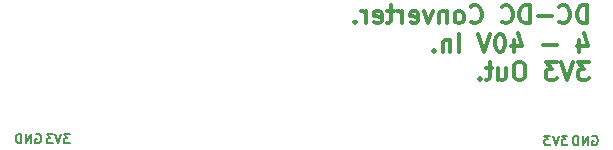
<source format=gbo>
%FSLAX34Y34*%
G04 Gerber Fmt 3.4, Leading zero omitted, Abs format*
G04 (created by PCBNEW (2014-03-19 BZR 4756)-product) date Fri 20 Jun 2014 08:00:44 BST*
%MOIN*%
G01*
G70*
G90*
G04 APERTURE LIST*
%ADD10C,0.005906*%
%ADD11C,0.011811*%
%ADD12C,0.007874*%
G04 APERTURE END LIST*
G54D10*
G54D11*
X66739Y-32629D02*
X66739Y-32038D01*
X66598Y-32038D01*
X66514Y-32066D01*
X66458Y-32123D01*
X66429Y-32179D01*
X66401Y-32291D01*
X66401Y-32376D01*
X66429Y-32488D01*
X66458Y-32544D01*
X66514Y-32601D01*
X66598Y-32629D01*
X66739Y-32629D01*
X65811Y-32573D02*
X65839Y-32601D01*
X65923Y-32629D01*
X65980Y-32629D01*
X66064Y-32601D01*
X66120Y-32544D01*
X66148Y-32488D01*
X66176Y-32376D01*
X66176Y-32291D01*
X66148Y-32179D01*
X66120Y-32123D01*
X66064Y-32066D01*
X65980Y-32038D01*
X65923Y-32038D01*
X65839Y-32066D01*
X65811Y-32095D01*
X65558Y-32404D02*
X65108Y-32404D01*
X64827Y-32629D02*
X64827Y-32038D01*
X64686Y-32038D01*
X64602Y-32066D01*
X64545Y-32123D01*
X64517Y-32179D01*
X64489Y-32291D01*
X64489Y-32376D01*
X64517Y-32488D01*
X64545Y-32544D01*
X64602Y-32601D01*
X64686Y-32629D01*
X64827Y-32629D01*
X63899Y-32573D02*
X63927Y-32601D01*
X64011Y-32629D01*
X64067Y-32629D01*
X64152Y-32601D01*
X64208Y-32544D01*
X64236Y-32488D01*
X64264Y-32376D01*
X64264Y-32291D01*
X64236Y-32179D01*
X64208Y-32123D01*
X64152Y-32066D01*
X64067Y-32038D01*
X64011Y-32038D01*
X63927Y-32066D01*
X63899Y-32095D01*
X62858Y-32573D02*
X62886Y-32601D01*
X62971Y-32629D01*
X63027Y-32629D01*
X63111Y-32601D01*
X63167Y-32544D01*
X63196Y-32488D01*
X63224Y-32376D01*
X63224Y-32291D01*
X63196Y-32179D01*
X63167Y-32123D01*
X63111Y-32066D01*
X63027Y-32038D01*
X62971Y-32038D01*
X62886Y-32066D01*
X62858Y-32095D01*
X62521Y-32629D02*
X62577Y-32601D01*
X62605Y-32573D01*
X62633Y-32516D01*
X62633Y-32348D01*
X62605Y-32291D01*
X62577Y-32263D01*
X62521Y-32235D01*
X62436Y-32235D01*
X62380Y-32263D01*
X62352Y-32291D01*
X62324Y-32348D01*
X62324Y-32516D01*
X62352Y-32573D01*
X62380Y-32601D01*
X62436Y-32629D01*
X62521Y-32629D01*
X62071Y-32235D02*
X62071Y-32629D01*
X62071Y-32291D02*
X62043Y-32263D01*
X61986Y-32235D01*
X61902Y-32235D01*
X61846Y-32263D01*
X61818Y-32320D01*
X61818Y-32629D01*
X61593Y-32235D02*
X61452Y-32629D01*
X61311Y-32235D01*
X60861Y-32601D02*
X60918Y-32629D01*
X61030Y-32629D01*
X61086Y-32601D01*
X61115Y-32544D01*
X61115Y-32320D01*
X61086Y-32263D01*
X61030Y-32235D01*
X60918Y-32235D01*
X60861Y-32263D01*
X60833Y-32320D01*
X60833Y-32376D01*
X61115Y-32432D01*
X60580Y-32629D02*
X60580Y-32235D01*
X60580Y-32348D02*
X60552Y-32291D01*
X60524Y-32263D01*
X60468Y-32235D01*
X60411Y-32235D01*
X60299Y-32235D02*
X60074Y-32235D01*
X60215Y-32038D02*
X60215Y-32544D01*
X60187Y-32601D01*
X60130Y-32629D01*
X60074Y-32629D01*
X59652Y-32601D02*
X59708Y-32629D01*
X59821Y-32629D01*
X59877Y-32601D01*
X59905Y-32544D01*
X59905Y-32320D01*
X59877Y-32263D01*
X59821Y-32235D01*
X59708Y-32235D01*
X59652Y-32263D01*
X59624Y-32320D01*
X59624Y-32376D01*
X59905Y-32432D01*
X59371Y-32629D02*
X59371Y-32235D01*
X59371Y-32348D02*
X59343Y-32291D01*
X59315Y-32263D01*
X59258Y-32235D01*
X59202Y-32235D01*
X59005Y-32573D02*
X58977Y-32601D01*
X59005Y-32629D01*
X59034Y-32601D01*
X59005Y-32573D01*
X59005Y-32629D01*
X66486Y-33180D02*
X66486Y-33574D01*
X66626Y-32955D02*
X66767Y-33377D01*
X66401Y-33377D01*
X65726Y-33349D02*
X65276Y-33349D01*
X64292Y-33180D02*
X64292Y-33574D01*
X64433Y-32955D02*
X64573Y-33377D01*
X64208Y-33377D01*
X63870Y-32983D02*
X63814Y-32983D01*
X63758Y-33011D01*
X63730Y-33039D01*
X63702Y-33096D01*
X63674Y-33208D01*
X63674Y-33349D01*
X63702Y-33461D01*
X63730Y-33517D01*
X63758Y-33546D01*
X63814Y-33574D01*
X63870Y-33574D01*
X63927Y-33546D01*
X63955Y-33517D01*
X63983Y-33461D01*
X64011Y-33349D01*
X64011Y-33208D01*
X63983Y-33096D01*
X63955Y-33039D01*
X63927Y-33011D01*
X63870Y-32983D01*
X63505Y-32983D02*
X63308Y-33574D01*
X63111Y-32983D01*
X62464Y-33574D02*
X62464Y-32983D01*
X62183Y-33180D02*
X62183Y-33574D01*
X62183Y-33236D02*
X62155Y-33208D01*
X62099Y-33180D01*
X62014Y-33180D01*
X61958Y-33208D01*
X61930Y-33264D01*
X61930Y-33574D01*
X61649Y-33517D02*
X61621Y-33546D01*
X61649Y-33574D01*
X61677Y-33546D01*
X61649Y-33517D01*
X61649Y-33574D01*
X66795Y-33928D02*
X66429Y-33928D01*
X66626Y-34153D01*
X66542Y-34153D01*
X66486Y-34181D01*
X66458Y-34209D01*
X66429Y-34266D01*
X66429Y-34406D01*
X66458Y-34462D01*
X66486Y-34491D01*
X66542Y-34519D01*
X66711Y-34519D01*
X66767Y-34491D01*
X66795Y-34462D01*
X66261Y-33928D02*
X66064Y-34519D01*
X65867Y-33928D01*
X65726Y-33928D02*
X65361Y-33928D01*
X65558Y-34153D01*
X65473Y-34153D01*
X65417Y-34181D01*
X65389Y-34209D01*
X65361Y-34266D01*
X65361Y-34406D01*
X65389Y-34462D01*
X65417Y-34491D01*
X65473Y-34519D01*
X65642Y-34519D01*
X65698Y-34491D01*
X65726Y-34462D01*
X64545Y-33928D02*
X64433Y-33928D01*
X64377Y-33956D01*
X64320Y-34012D01*
X64292Y-34125D01*
X64292Y-34322D01*
X64320Y-34434D01*
X64377Y-34491D01*
X64433Y-34519D01*
X64545Y-34519D01*
X64602Y-34491D01*
X64658Y-34434D01*
X64686Y-34322D01*
X64686Y-34125D01*
X64658Y-34012D01*
X64602Y-33956D01*
X64545Y-33928D01*
X63786Y-34125D02*
X63786Y-34519D01*
X64039Y-34125D02*
X64039Y-34434D01*
X64011Y-34491D01*
X63955Y-34519D01*
X63870Y-34519D01*
X63814Y-34491D01*
X63786Y-34462D01*
X63589Y-34125D02*
X63364Y-34125D01*
X63505Y-33928D02*
X63505Y-34434D01*
X63477Y-34491D01*
X63420Y-34519D01*
X63364Y-34519D01*
X63167Y-34462D02*
X63139Y-34491D01*
X63167Y-34519D01*
X63196Y-34491D01*
X63167Y-34462D01*
X63167Y-34519D01*
G54D12*
X48360Y-36338D02*
X48390Y-36323D01*
X48435Y-36323D01*
X48480Y-36338D01*
X48510Y-36368D01*
X48525Y-36398D01*
X48540Y-36458D01*
X48540Y-36503D01*
X48525Y-36563D01*
X48510Y-36593D01*
X48480Y-36623D01*
X48435Y-36638D01*
X48405Y-36638D01*
X48360Y-36623D01*
X48345Y-36608D01*
X48345Y-36503D01*
X48405Y-36503D01*
X48210Y-36638D02*
X48210Y-36323D01*
X48030Y-36638D01*
X48030Y-36323D01*
X47880Y-36638D02*
X47880Y-36323D01*
X47805Y-36323D01*
X47760Y-36338D01*
X47730Y-36368D01*
X47715Y-36398D01*
X47700Y-36458D01*
X47700Y-36503D01*
X47715Y-36563D01*
X47730Y-36593D01*
X47760Y-36623D01*
X47805Y-36638D01*
X47880Y-36638D01*
X49494Y-36323D02*
X49299Y-36323D01*
X49404Y-36443D01*
X49359Y-36443D01*
X49329Y-36458D01*
X49314Y-36473D01*
X49299Y-36503D01*
X49299Y-36578D01*
X49314Y-36608D01*
X49329Y-36623D01*
X49359Y-36638D01*
X49449Y-36638D01*
X49479Y-36623D01*
X49494Y-36608D01*
X49209Y-36323D02*
X49104Y-36638D01*
X48999Y-36323D01*
X48924Y-36323D02*
X48729Y-36323D01*
X48834Y-36443D01*
X48789Y-36443D01*
X48759Y-36458D01*
X48744Y-36473D01*
X48729Y-36503D01*
X48729Y-36578D01*
X48744Y-36608D01*
X48759Y-36623D01*
X48789Y-36638D01*
X48879Y-36638D01*
X48909Y-36623D01*
X48924Y-36608D01*
X66088Y-36382D02*
X65893Y-36382D01*
X65998Y-36502D01*
X65953Y-36502D01*
X65923Y-36517D01*
X65908Y-36532D01*
X65893Y-36562D01*
X65893Y-36637D01*
X65908Y-36667D01*
X65923Y-36682D01*
X65953Y-36697D01*
X66043Y-36697D01*
X66073Y-36682D01*
X66088Y-36667D01*
X65803Y-36382D02*
X65698Y-36697D01*
X65593Y-36382D01*
X65518Y-36382D02*
X65323Y-36382D01*
X65428Y-36502D01*
X65383Y-36502D01*
X65353Y-36517D01*
X65338Y-36532D01*
X65323Y-36562D01*
X65323Y-36637D01*
X65338Y-36667D01*
X65353Y-36682D01*
X65383Y-36697D01*
X65473Y-36697D01*
X65503Y-36682D01*
X65518Y-36667D01*
X66923Y-36397D02*
X66953Y-36382D01*
X66998Y-36382D01*
X67043Y-36397D01*
X67073Y-36427D01*
X67088Y-36457D01*
X67103Y-36517D01*
X67103Y-36562D01*
X67088Y-36622D01*
X67073Y-36652D01*
X67043Y-36682D01*
X66998Y-36697D01*
X66968Y-36697D01*
X66923Y-36682D01*
X66908Y-36667D01*
X66908Y-36562D01*
X66968Y-36562D01*
X66773Y-36697D02*
X66773Y-36382D01*
X66593Y-36697D01*
X66593Y-36382D01*
X66443Y-36697D02*
X66443Y-36382D01*
X66368Y-36382D01*
X66323Y-36397D01*
X66293Y-36427D01*
X66278Y-36457D01*
X66263Y-36517D01*
X66263Y-36562D01*
X66278Y-36622D01*
X66293Y-36652D01*
X66323Y-36682D01*
X66368Y-36697D01*
X66443Y-36697D01*
M02*

</source>
